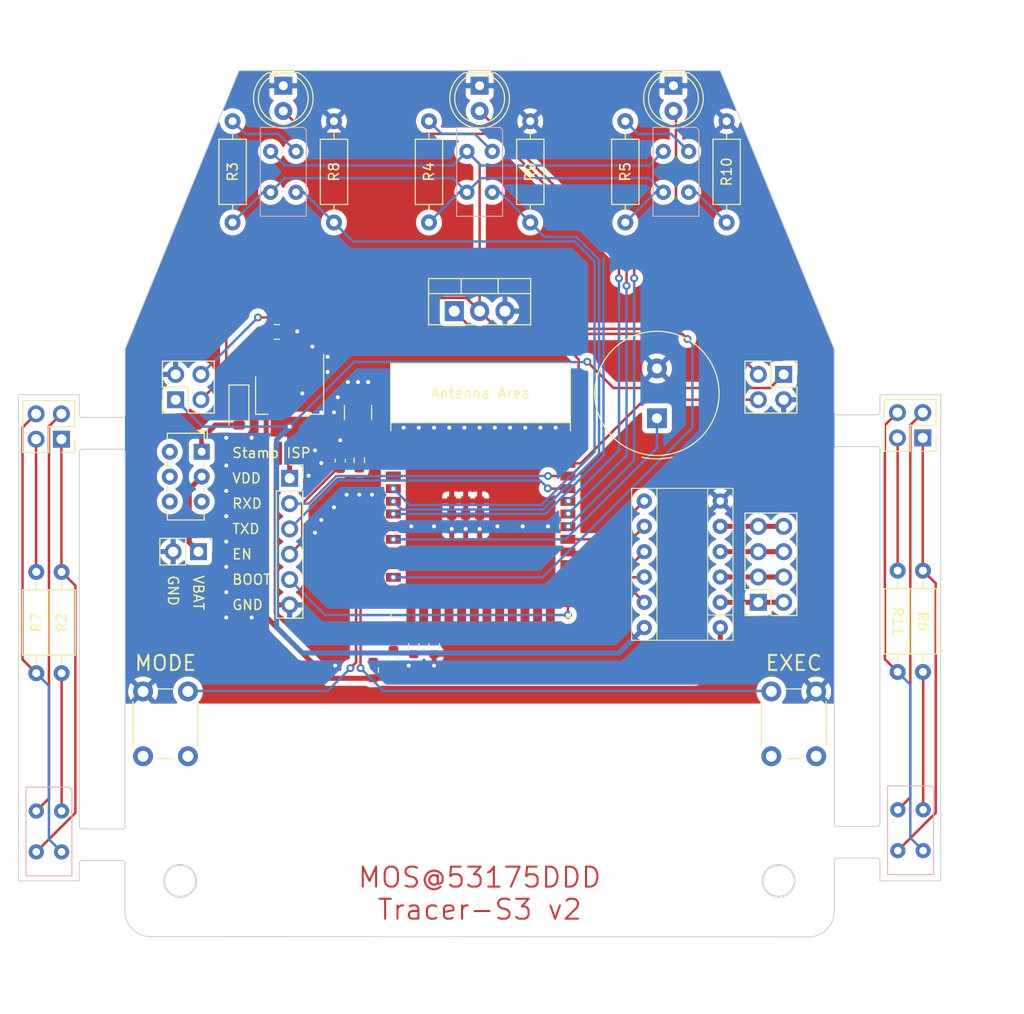
<source format=kicad_pcb>
(kicad_pcb (version 20221018) (generator pcbnew)
  (layers (0 "F.Cu" signal) (31 "B.Cu" signal) (34 "B.Paste" user) (35 "F.Paste" user) (36 "B.SilkS" user "B.Silkscreen") (37 "F.SilkS" user "F.Silkscreen") (38 "B.Mask" user) (39 "F.Mask" user) (44 "Edge.Cuts" user))
  (net 0 "")
  (net 1 "+3.3V")
  (net 2 "/EN")
  (net 3 "GND")
  (net 15 "/FET_GATE")
  (net 19 "/ESP32_TXD")
  (net 20 "/ESP32_RXD")
  (net 21 "/BOOT")
  (net 22 "+BATT")
  (net 24 "Net-(S1-Anode)")
  (net 25 "Net-(S2-Anode)")
  (net 26 "Net-(S3-Anode)")
  (net 27 "Net-(S4-Anode)")
  (net 28 "Net-(S5-Anode)")
  (net 29 "/S1")
  (net 30 "/S2")
  (net 31 "/S3")
  (net 32 "/S4")
  (net 33 "/S5")
  (net 34 "/FET_D")
  (net 35 "Net-(J6-Pin_1)")
  (net 36 "Net-(J6-Pin_3)")
  (net 37 "Net-(J6-Pin_5)")
  (net 38 "Net-(J6-Pin_7)")
  (net 39 "/BIN2")
  (net 40 "/BIN1")
  (net 41 "/AIN2")
  (net 42 "/AIN1")
  (net 43 "/MODE")
  (net 44 "Net-(R12-Pad2)")
  (net 45 "Net-(R13-Pad2)")
  (net 46 "Net-(U1-GPIO3{slash}TOUCH3{slash}ADC1_CH2)")
  (net 47 "Net-(J7-Pin_1)")
  (net 49 "/SW_MODE")
  (net 50 "/SW_EXEC")
  (net 51 "/LED3")
  (net 52 "/LED2")
  (net 53 "/LED1")
  (net 54 "/BUZZER")
  (net 55 "Net-(D4-A)")
  (footprint "Connector_PinSocket_2.54mm:PinSocket_2x02_P2.54mm_Vertical" (layer "F.Cu") (at 110.47 80.157 -90)
    (fp_text reference "J2" hide)
    (fp_text value "Conn_02x02_Odd_Even")
  )
  (footprint "Capacitor_SMD:C_0603_1608Metric" (layer "F.Cu") (at 138.43 82.315 90)
    (fp_text reference "C1" hide)
    (fp_text value "1uF")
  )
  (footprint "Tracer-S3-components:LBR-127HLD" (layer "F.Cu") (at 195.6 119.38)
    (fp_text reference "S5" hide)
    (fp_text value "~")
  )
  (footprint "Tracer-S3-components:LBR-127HLD" (layer "F.Cu") (at 152.4 53.34)
    (fp_text reference "S3" hide)
    (fp_text value "~")
  )
  (footprint "Diode_SMD:D_SOD-123" (layer "F.Cu") (at 128.27 77.09 -90)
    (fp_text reference "D4" hide)
    (fp_text value "D_Schottky")
  )
  (footprint "Resistor_THT:R_Axial_DIN0207_L6.3mm_D2.5mm_P10.16mm_Horizontal" (layer "F.Cu") (at 127.635 48.26 -90)
    (fp_text reference "R3")
    (fp_text value "47R")
  )
  (footprint "Resistor_THT:R_Axial_DIN0207_L6.3mm_D2.5mm_P10.16mm_Horizontal" (layer "F.Cu") (at 107.95 93.472 -90)
    (fp_text reference "R7")
    (fp_text value "10k")
  )
  (footprint "Capacitor_SMD:C_0805_2012Metric" (layer "F.Cu") (at 132.08 69.39875)
    (fp_text reference "C2" hide)
    (fp_text value "10uF")
  )
  (footprint "Tracer-S3-components:LBR-127HLD" (layer "F.Cu") (at 132.715 53.34)
    (fp_text reference "S2" hide)
    (fp_text value "~")
  )
  (footprint "Resistor_SMD:R_0603_1608Metric" (layer "F.Cu") (at 147.828 100.901 -90)
    (fp_text reference "R15" hide)
    (fp_text value "10k")
  )
  (footprint "Button_Switch_THT:SW_PUSH_6mm" (layer "F.Cu") (at 181.646 111.962 90)
    (fp_text reference "SW2" hide)
    (fp_text value "SW_Push")
  )
  (footprint "Button_Switch_THT:SW_PUSH_6mm" (layer "F.Cu") (at 123.154 105.462 -90)
    (fp_text reference "SW1" hide)
    (fp_text value "SW_Push" hide)
  )
  (footprint "Tracer-S3-components:LBR-127HLD" (layer "F.Cu") (at 172.085 53.34)
    (fp_text reference "S4" hide)
    (fp_text value "~")
  )
  (footprint "Package_TO_SOT_THT:TO-220-3_Vertical" (layer "F.Cu") (at 149.86 67.31)
    (fp_text reference "Q1" hide)
    (fp_text value "BSP89")
  )
  (footprint "Resistor_THT:R_Axial_DIN0207_L6.3mm_D2.5mm_P10.16mm_Horizontal" (layer "F.Cu") (at 194.31 93.345 -90)
    (fp_text reference "R11")
    (fp_text value "10k")
  )
  (footprint "Resistor_THT:R_Axial_DIN0207_L6.3mm_D2.5mm_P10.16mm_Horizontal" (layer "F.Cu") (at 137.795 48.26 -90)
    (fp_text reference "R8")
    (fp_text value "10k")
  )
  (footprint "Resistor_SMD:R_0603_1608Metric" (layer "F.Cu") (at 145.796 100.901 90)
    (fp_text reference "R14" hide)
    (fp_text value "10k")
  )
  (footprint "Tracer-S3-components:AE-DRV8835" (layer "F.Cu") (at 172.72 92.71 180)
    (fp_text reference "U3" hide)
    (fp_text value "~")
  )
  (footprint "LED_THT:LED_D5.0mm" (layer "F.Cu") (at 132.715 44.699 -90)
    (fp_text reference "D1" hide)
    (fp_text value "LED")
  )
  (footprint "Resistor_THT:R_Axial_DIN0207_L6.3mm_D2.5mm_P10.16mm_Horizontal" (layer "F.Cu") (at 147.32 48.26 -90)
    (fp_text reference "R4")
    (fp_text value "47R")
  )
  (footprint "Resistor_THT:R_Axial_DIN0207_L6.3mm_D2.5mm_P10.16mm_Horizontal" (layer "F.Cu") (at 196.85 103.505 90)
    (fp_text reference "R6")
    (fp_text value "47R")
  )
  (footprint "Resistor_SMD:R_0603_1608Metric" (layer "F.Cu") (at 143.764 102.108 90)
    (fp_text reference "R13" hide)
    (fp_text value "10k")
  )
  (footprint "Connector_PinSocket_2.54mm:PinSocket_2x02_P2.54mm_Vertical" (layer "F.Cu") (at 121.92 76.2 180)
    (fp_text reference "J4" hide)
    (fp_text value "Conn_02x02_Odd_Even")
  )
  (footprint "Connector_PinSocket_2.54mm:PinSocket_1x06_P2.54mm_Vertical" (layer "F.Cu") (at 133.35 84.08)
    (fp_text reference "J1" hide)
    (fp_text value "Conn_01x06_Socket")
  )
  (footprint "Resistor_SMD:R_0603_1608Metric" (layer "F.Cu") (at 141.732 103.315 90)
    (fp_text reference "R12" hide)
    (fp_text value "10k")
  )
  (footprint "Resistor_THT:R_Axial_DIN0207_L6.3mm_D2.5mm_P10.16mm_Horizontal" (layer "F.Cu") (at 157.48 48.26 -90)
    (fp_text reference "R9")
    (fp_text value "10k")
  )
  (footprint "Button_Switch_THT:SW_E-Switch_EG1271_SPDT" (layer "F.Cu") (at 124.536 81.4125 -90)
    (fp_text reference "SW3" hide)
    (fp_text value "SW_SPDT")
  )
  (footprint "LED_THT:LED_D5.0mm" (layer "F.Cu") (at 171.831 44.699 -90)
    (fp_text reference "D3" hide)
    (fp_text value "LED")
  )
  (footprint "Connector_PinSocket_2.54mm:PinSocket_2x04_P2.54mm_Vertical" (layer "F.Cu") (at 180.34 96.52 180)
    (fp_text reference "J6" hide)
    (fp_text value "Conn_02x04_Odd_Even")
  )
  (footprint "Resistor_THT:R_Axial_DIN0207_L6.3mm_D2.5mm_P10.16mm_Horizontal" (layer "F.Cu") (at 177.165 48.26 -90)
    (fp_text reference "R10")
    (fp_text value "10k")
  )
  (footprint "Espressif:ESP32-S3-WROOM-1" (layer "F.Cu") (at 152.5 88.3)
    (fp_text reference "U1" hide)
    (fp_text value "ESP32-S3-WROOM-1")
  )
  (footprint "Resistor_THT:R_Axial_DIN0207_L6.3mm_D2.5mm_P10.16mm_Horizontal" (layer "F.Cu") (at 167.005 48.26 -90)
    (fp_text reference "R5")
    (fp_text value "47R")
  )
  (footprint "Resistor_SMD:R_0603_1608Metric" (layer "F.Cu") (at 140.335 82.27375 -90)
    (fp_text reference "R1" hide)
    (fp_text value "10k")
  )
  (footprint "Tracer-S3-components:LBR-127HLD" (layer "F.Cu") (at 109.22 119.507)
    (fp_text reference "S1" hide)
    (fp_text value "~")
  )
  (footprint "Connector_PinHeader_2.54mm:PinHeader_1x02_P2.54mm_Vertical" (layer "F.Cu") (at 124.211 91.44 -90)
    (fp_text reference "J7" hide)
    (fp_text value "Conn_01x02_Pin")
  )
  (footprint "LED_THT:LED_D5.0mm" (layer "F.Cu") (at 152.4 44.699 -90)
    (fp_text reference "D2" hide)
    (fp_text value "LED")
  )
  (footprint "Capacitor_SMD:C_1210_3225Metric" (layer "F.Cu") (at 140.208 77.476 90)
    (fp_text reference "C3" hide)
    (fp_text value "22uF")
  )
  (footprint "Buzzer_Beeper:Buzzer_TDK_PS1240P02BT_D12.2mm_H6.5mm" (layer "F.Cu") (at 170.18 78.062785 90)
    (fp_text reference "BZ1" hide)
    (fp_text value "Buzzer")
  )
  (footprint "Resistor_THT:R_Axial_DIN0207_L6.3mm_D2.5mm_P10.16mm_Horizontal" (layer "F.Cu") (at 110.49 103.632 90)
    (fp_text reference "R2")
    (fp_text value "47R")
  )
  (footprint "Package_TO_SOT_SMD:SOT-223-3_TabPin2" (layer "F.Cu") (at 133.35 75.74875 -90)
    (fp_text reference "U2" hide)
    (fp_text value "AMS1117-3.3")
  )
  (footprint "Connector_PinSocket_2.54mm:PinSocket_2x02_P2.54mm_Vertical" (layer "F.Cu") (at 182.88 73.66)
    (fp_text reference "J5" hide)
    (fp_text value "Conn_02x02_Odd_Even")
  )
  (footprint "Connector_PinSocket_2.54mm:PinSocket_2x02_P2.54mm_Vertical" (layer "F.Cu") (at 196.83 80.03 -90)
    (fp_text reference "J3" hide)
    (fp_text value "Conn_02x02_Odd_Even")
  )
  (gr_line (start 188.214 80.899) (end 192.278 80.899) (stroke (width 0.1)) (layer "Edge.Cuts"))
  (gr_arc (start 116.586 81.153) (mid 116.765605 81.227395) (end 116.84 81.407) (stroke (width 0.1)) (layer "Edge.Cuts"))
  (gr_line (start 187.96 118.745) (end 187.96 81.153) (stroke (width 0.1)) (layer "Edge.Cuts"))
  (gr_arc (start 116.84 77.724) (mid 116.765605 77.903605) (end 116.586 77.978) (stroke (width 0.1)) (layer "Edge.Cuts"))
  (gr_line (start 116.586 81.153) (end 112.522 81.153) (stroke (width 0.1)) (layer "Edge.Cuts"))
  (gr_line (start 188.214 122.174) (end 192.278 122.174) (stroke (width 0.1)) (layer "Edge.Cuts"))
  (gr_line (start 112.268 75.692) (end 106.172 75.692) (stroke (width 0.1)) (layer "Edge.Cuts"))
  (gr_line (start 112.268 118.999) (end 112.268 81.407) (stroke (width 0.1)) (layer "Edge.Cuts"))
  (gr_line (start 116.586 119.253) (end 112.522 119.253) (stroke (width 0.1)) (layer "Edge.Cuts"))
  (gr_line (start 116.586 122.428) (end 112.522 122.428) (stroke (width 0.1)) (layer "Edge.Cuts"))
  (gr_arc (start 187.96 127.508) (mid 187.20785 129.32385) (end 185.392 130.076) (stroke (width 0.1)) (layer "Edge.Cuts"))
  (gr_line (start 198.628 124.46) (end 198.628 75.692) (stroke (width 0.1)) (layer "Edge.Cuts"))
  (gr_line (start 187.96 122.428) (end 187.96 127.508) (stroke (width 0.1)) (layer "Edge.Cuts"))
  (gr_line (start 192.532 124.46) (end 192.532 122.428) (stroke (width 0.1)) (layer "Edge.Cuts"))
  (gr_arc (start 112.268 81.407) (mid 112.342395 81.227395) (end 112.522 81.153) (stroke (width 0.1)) (layer "Edge.Cuts"))
  (gr_circle (center 182.372 124.46) (end 183.972 124.46) (stroke (width 0.2)) (fill none) (layer "Edge.Cuts"))
  (gr_arc (start 187.96 81.153) (mid 188.034395 80.973395) (end 188.214 80.899) (stroke (width 0.1)) (layer "Edge.Cuts"))
  (gr_arc (start 112.268 122.682) (mid 112.342395 122.502395) (end 112.522 122.428) (stroke (width 0.1)) (layer "Edge.Cuts"))
  (gr_circle (center 122.372 124.46) (end 123.972 124.46) (stroke (width 0.2)) (fill none) (layer "Edge.Cuts"))
  (gr_arc (start 188.214 77.724) (mid 188.034395 77.649605) (end 187.96 77.47) (stroke (width 0.1)) (layer "Edge.Cuts"))
  (gr_line (start 116.84 77.724) (end 116.84 71.12) (stroke (width 0.1)) (layer "Edge.Cuts"))
  (gr_arc (start 192.278 80.899) (mid 192.457605 80.973395) (end 192.532 81.153) (stroke (width 0.1)) (layer "Edge.Cuts"))
  (gr_line (start 106.172 124.46) (end 112.268 124.46) (stroke (width 0.1)) (layer "Edge.Cuts"))
  (gr_line (start 116.84 127.50805) (end 116.84 122.682) (stroke (width 0.1)) (layer "Edge.Cuts"))
  (gr_line (start 187.96 71.12) (end 187.96 77.47) (stroke (width 0.1)) (layer "Edge.Cuts"))
  (gr_line (start 188.214 77.724) (end 192.278 77.724) (stroke (width 0.1)) (layer "Edge.Cuts"))
  (gr_arc (start 187.96 122.428) (mid 188.034395 122.248395) (end 188.214 122.174) (stroke (width 0.1)) (layer "Edge.Cuts"))
  (gr_line (start 192.532 77.47) (end 192.532 75.692) (stroke (width 0.1)) (layer "Edge.Cuts"))
  (gr_line (start 188.214 118.999) (end 192.278 118.999) (stroke (width 0.1)) (layer "Edge.Cuts"))
  (gr_line (start 116.586 77.978) (end 112.522 77.978) (stroke (width 0.1)) (layer "Edge.Cuts"))
  (gr_arc (start 119.38 130.04805) (mid 117.583931 129.304104) (end 116.84 127.50805) (stroke (width 0.1)) (layer "Edge.Cuts"))
  (gr_arc (start 116.586 122.428) (mid 116.765605 122.502395) (end 116.84 122.682) (stroke (width 0.1)) (layer "Edge.Cuts"))
  (gr_arc (start 112.522 119.253) (mid 112.342395 119.178605) (end 112.268 118.999) (stroke (width 0.1)) (layer "Edge.Cuts"))
  (gr_line (start 187.96 71.12) (end 176.53 43.18) (stroke (width 0.1)) (layer "Edge.Cuts"))
  (gr_line (start 119.38 130.04805) (end 185.392 130.076) (stroke (width 0.1)) (layer "Edge.Cuts"))
  (gr_arc (start 192.532 118.745) (mid 192.457605 118.924605) (end 192.278 118.999) (stroke (width 0.1)) (layer "Edge.Cuts"))
  (gr_line (start 176.53 43.18) (end 128.27 43.18) (stroke (width 0.1)) (layer "Edge.Cuts"))
  (gr_line (start 198.628 75.692) (end 192.532 75.692) (stroke (width 0.1)) (layer "Edge.Cuts"))
  (gr_arc (start 188.214 118.999) (mid 188.034395 118.924605) (end 187.96 118.745) (stroke (width 0.1)) (layer "Edge.Cuts"))
  (gr_arc (start 112.522 77.978) (mid 112.342395 77.903605) (end 112.268 77.724) (stroke (width 0.1)) (layer "Edge.Cuts"))
  (gr_line (start 116.84 81.407) (end 116.84 118.999) (stroke (width 0.1)) (layer "Edge.Cuts"))
  (gr_line (start 112.268 122.682) (end 112.268 124.46) (stroke (width 0.1)) (layer "Edge.Cuts"))
  (gr_line (start 192.532 81.153) (end 192.532 118.745) (stroke (width 0.1)) (layer "Edge.Cuts"))
  (gr_arc (start 192.278 122.174) (mid 192.457605 122.248395) (end 192.532 122.428) (stroke (width 0.1)) (layer "Edge.Cuts"))
  (gr_line (start 128.27 43.18) (end 116.84 71.12) (stroke (width 0.1)) (layer "Edge.Cuts"))
  (gr_arc (start 116.84 118.999) (mid 116.765605 119.178605) (end 116.586 119.253) (stroke (width 0.1)) (layer "Edge.Cuts"))
  (gr_line (start 112.268 75.692) (end 112.268 77.724) (stroke (width 0.1)) (layer "Edge.Cuts"))
  (gr_line (start 106.172 75.692) (end 106.172 124.46) (stroke (width 0.1)) (layer "Edge.Cuts"))
  (gr_arc (start 192.532 77.47) (mid 192.457605 77.649605) (end 192.278 77.724) (stroke (width 0.1)) (layer "Edge.Cuts"))
  (gr_line (start 192.532 124.46) (end 198.628 124.46) (stroke (width 0.1)) (layer "Edge.Cuts"))
  (gr_text "MOS@53175DDD\nTracer-S3 v2" (at 152.4 125.73) (layer "F.Cu") (effects (font (size 2 2) (thickness 0.2))))
  (gr_text "Stamp ISP" (at 127.508 81.54) (layer "F.SilkS") (effects (font (size 1 1)) (justify left)))
  (gr_text "GND" (at 121.666 93.726 270) (layer "F.SilkS") (effects (font (size 1 1)) (justify left)))
  (gr_text "GND" (at 127.508 96.78) (layer "F.SilkS") (effects (font (size 1 1)) (justify left)))
  (gr_text "RXD" (at 127.508 86.62) (layer "F.SilkS") (effects (font (size 1 1)) (justify left)))
  (gr_text "MODE" (at 120.904 102.616) (layer "F.SilkS") (effects (font (size 1.5 1.5) (thickness 0.2))))
  (gr_text "VBAT" (at 124.206 93.726 270) (layer "F.SilkS") (effects (font (size 1 1)) (justify left)))
  (gr_text "BOOT" (at 127.508 94.24) (layer "F.SilkS") (effects (font (size 1 1)) (justify left)))
  (gr_text "VDD" (at 127.508 84.08) (layer "F.SilkS") (effects (font (size 1 1)) (justify left)))
  (gr_text "TXD" (at 127.508 89.16) (layer "F.SilkS") (effects (font (size 1 1)) (justify left)))
  (gr_text "EN" (at 127.508 91.7) (layer "F.SilkS") (effects (font (size 1 1)) (justify left)))
  (gr_text "EXEC" (at 183.896 102.616) (layer "F.SilkS") (effects (font (size 1.5 1.5) (thickness 0.2))))
  (segment (start 133.35 78.89875) (end 133.35 84.08) (width 0.508) (layer "F.Cu") (net 1))
  (segment (start 198.129 94.624) (end 196.83 93.325) (width 0.25) (layer "F.Cu") (net 1))
  (segment (start 194.33 121.43) (end 198.129 117.631) (width 0.25) (layer "F.Cu") (net 1))
  (segment (start 140.47375 81.31) (end 140.335 81.44875) (width 0.25) (layer "F.Cu") (net 1))
  (segment (start 111.869 117.638) (end 107.95 121.557) (width 0.25) (layer "F.Cu") (net 1))
  (segment (start 142.53125 81.31) (end 143.75 81.31) (width 0.508) (layer "F.Cu") (net 1))
  (segment (start 182.88 73.66) (end 181.515 75.025) (width 0.25) (layer "F.Cu") (net 1))
  (segment (start 196.83 93.325) (end 196.83 80.03) (width 0.25) (layer "F.Cu") (net 1))
  (segment (start 143.75 81.31) (end 140.47375 81.31) (width 0.25) (layer "F.Cu") (net 1))
  (segment (start 110.47 80.157) (end 110.47 93.452) (width 0.25) (layer "F.Cu") (net 1))
  (segment (start 181.515 75.025) (end 165.83 75.025) (width 0.25) (layer "F.Cu") (net 1))
  (segment (start 133.35 78.89875) (end 140.12 78.89875) (width 0.508) (layer "F.Cu") (net 1))
  (segment (start 110.47 93.452) (end 111.869 94.851) (width 0.25) (layer "F.Cu") (net 1))
  (segment (start 165.83 75.025) (end 163.195 72.39) (width 0.25) (layer "F.Cu") (net 1))
  (segment (start 111.869 94.851) (end 111.869 117.638) (width 0.25) (layer "F.Cu") (net 1))
  (segment (start 196.83 93.715) (end 196.85 93.735) (width 0.25) (layer "F.Cu") (net 1))
  (segment (start 140.12 78.89875) (end 142.53125 81.31) (width 0.508) (layer "F.Cu") (net 1))
  (segment (start 198.129 117.631) (end 198.129 94.624) (width 0.25) (layer "F.Cu") (net 1))
  (via (at 133.35 78.89875) (size 0.8) (drill 0.4) (layers "F.Cu" "B.Cu") (net 1))
  (via (at 163.195 72.39) (size 0.8) (drill 0.4) (layers "F.Cu" "B.Cu") (net 1))
  (segment (start 167.005 58.42) (end 170.035 55.39) (width 0.25) (layer "B.Cu") (net 1))
  (segment (start 150.35 55.39) (end 151.13 55.39) (width 0.25) (layer "B.Cu") (net 1))
  (segment (start 139.82375 72.425) (end 133.35 78.89875) (width 0.25) (layer "B.Cu") (net 1))
  (segment (start 132.7875 54.0475) (end 131.445 55.39) (width 0.25) (layer "B.Cu") (net 1))
  (segment (start 166.37 101.6) (end 134.62 101.6) (width 0.508) (layer "B.Cu") (net 1))
  (segment (start 130.665 55.39) (end 131.445 55.39) (width 0.25) (layer "B.Cu") (net 1))
  (segment (start 132.046 80.20275) (end 133.35 78.89875) (width 0.508) (layer "B.Cu") (net 1))
  (segment (start 168.91 99.06) (end 166.37 101.6) (width 0.508) (layer "B.Cu") (net 1))
  (segment (start 132.046 99.026) (end 132.046 80.20275) (width 0.508) (layer "B.Cu") (net 1))
  (segment (start 124.61875 78.89875) (end 133.35 78.89875) (width 0.25) (layer "B.Cu") (net 1))
  (segment (start 151.13 55.39) (end 152.545 53.975) (width 0.25) (layer "B.Cu") (net 1))
  (segment (start 132.86 54.0475) (end 132.7875 54.0475) (width 0.25) (layer "B.Cu") (net 1))
  (segment (start 127.635 58.42) (end 130.665 55.39) (width 0.25) (layer "B.Cu") (net 1))
  (segment (start 147.32 58.42) (end 150.35 55.39) (width 0.25) (layer "B.Cu") (net 1))
  (segment (start 169.4 53.975) (end 170.815 55.39) (width 0.25) (layer "B.Cu") (net 1))
  (segment (start 163.16 72.425) (end 139.82375 72.425) (width 0.25) (layer "B.Cu") (net 1))
  (segment (start 134.62 101.6) (end 132.046 99.026) (width 0.508) (layer "B.Cu") (net 1))
  (segment (start 151.13 55.39) (end 149.715 53.975) (width 0.25) (layer "B.Cu") (net 1))
  (segment (start 121.92 76.2) (end 124.61875 78.89875) (width 0.25) (layer "B.Cu") (net 1))
  (segment (start 163.23 72.425) (end 163.195 72.39) (width 0.25) (layer "B.Cu") (net 1))
  (segment (start 152.545 53.975) (end 169.4 53.975) (width 0.25) (layer "B.Cu") (net 1))
  (segment (start 149.715 53.975) (end 132.86 53.975) (width 0.25) (layer "B.Cu") (net 1))
  (segment (start 132.86 53.975) (end 132.7875 54.0475) (width 0.25) (layer "B.Cu") (net 1))
  (segment (start 170.035 55.39) (end 170.815 55.39) (width 0.25) (layer "B.Cu") (net 1))
  (segment (start 163.195 72.39) (end 163.16 72.425) (width 0.25) (layer "B.Cu") (net 1))
  (segment (start 133.35 91.7) (end 134.62 90.43) (width 0.25) (layer "F.Cu") (net 2))
  (segment (start 134.62 86.62) (end 138.14125 83.09875) (width 0.25) (layer "F.Cu") (net 2))
  (segment (start 134.62 90.43) (end 134.62 86.62) (width 0.25) (layer "F.Cu") (net 2))
  (segment (start 140.85375 82.58) (end 140.335 83.09875) (width 0.25) (layer "F.Cu") (net 2))
  (segment (start 143.75 82.58) (end 140.85375 82.58) (width 0.25) (layer "F.Cu") (net 2))
  (segment (start 138.14125 83.09875) (end 140.335 83.09875) (width 0.25) (layer "F.Cu") (net 2))
  (segment (start 194.31 80.05) (end 194.31 93.481) (width 0.25) (layer "F.Cu") (net 3))
  (segment (start 107.93 93.238) (end 107.696 93.472) (width 0.25) (layer "F.Cu") (net 3))
  (segment (start 107.93 80.157) (end 107.93 93.238) (width 0.25) (layer "F.Cu") (net 3))
  (segment (start 194.29 80.03) (end 194.31 80.05) (width 0.25) (layer "F.Cu") (net 3))
  (via (at 160.02 79) (size 0.8) (drill 0.4) (layers "F.Cu" "B.Cu") (net 3))
  (via (at 135.89 89.535) (size 0.8) (drill 0.4) (layers "F.Cu" "B.Cu") (net 3))
  (via (at 152.4 89.16) (size 0.8) (drill 0.4) (layers "F.Cu" "B.Cu") (net 3))
  (via (at 145.288 102.87) (size 0.8) (drill 0.4) (layers "F.Cu" "B.Cu") (net 3))
  (via (at 129.54 98.044) (size 0.8) (drill 0.4) (layers "F.Cu" "B.Cu") (net 3))
  (via (at 154.178 88.9) (size 0.8) (drill 0.4) (layers "F.Cu" "B.Cu") (net 3))
  (via (at 140.208 74.428) (size 0.8) (drill 0.4) (layers "F.Cu" "B.Cu") (net 3))
  (via (at 138.43 80.27) (size 0.8) (drill 0.4) (layers "F.Cu" "B.Cu") (net 3))
  (via (at 158.496 79) (size 0.8) (drill 0.4) (layers "F.Cu" "B.Cu") (net 3))
  (via (at 152.4 79) (size 0.8) (drill 0.4) (layers "F.Cu" "B.Cu") (net 3))
  (via (at 150.876 79) (size 0.8) (drill 0.4) (layers "F.Cu" "B.Cu") (net 3))
  (via (at 137.16 71.888) (size 0.8) (drill 0.4) (layers "F.Cu" "B.Cu") (net 3))
  (via (at 146.304 79) (size 0.8) (drill 0.4) (layers "F.Cu" "B.Cu") (net 3))
  (via (at 127 80.01) (size 0.8) (drill 0.4) (layers "F.Cu" "B.Cu") (net 3))
  (via (at 141.605 85.725) (size 0.8) (drill 0.4) (layers "F.Cu" "B.Cu") (net 3))
  (via (at 127 98.044) (size 0.8) (drill 0.4) (layers "F.Cu" "B.Cu") (net 3))
  (via (at 139.192 74.428) (size 0.8) (drill 0.4) (layers "F.Cu" "B.Cu") (net 3))
  (via (at 134.62 75.565) (size 0.8) (drill 0.4) (layers "F.Cu" "B.Cu") (net 3))
  (via (at 155.448 79) (size 0.8) (drill 0.4) (layers "F.Cu" "B.Cu") (net 3))
  (via (at 145.542 88.9) (size 0.8) (drill 0.4) (layers "F.Cu" "B.Cu") (net 3))
  (via (at 138.176 75.952) (size 0.8) (drill 0.4) (layers "F.Cu" "B.Cu") (net 3))
  (via (at 144.78 79) (size 0.8) (drill 0.4) (layers "F.Cu" "B.Cu") (net 3))
  (via (at 140.335 85.725) (size 0.8) (drill 0.4) (layers "F.Cu" "B.Cu") (net 3))
  (via (at 127 92.964) (size 0.8) (drill 0.4) (layers "F.Cu" "B.Cu") (net 3))
  (via (at 127 95.504) (size 0.8) (drill 0.4) (layers "F.Cu" "B.Cu") (net 3))
  (via (at 136.525 77.47) (size 0.8) (drill 0.4) (layers "F.Cu" "B.Cu") (net 3))
  (via (at 141.224 74.428) (size 0.8) (drill 0.4) (layers "F.Cu" "B.Cu") (net 3))
  (via (at 127 85.344) (size 0.8) (drill 0.4) (layers "F.Cu" "B.Cu") (net 3))
  (via (at 127 87.884) (size 0.8) (drill 0.4) (layers "F.Cu" "B.Cu") (net 3))
  (via (at 136.525 88.265) (size 0.8) (drill 0.4) (layers "F.Cu" "B.Cu") (net 3))
  (via (at 159.258 88.9) (size 0.8) (drill 0.4) (layers "F.Cu" "B.Cu") (net 3))
  (via (at 127 90.424) (size 0.8) (drill 0.4) (layers "F.Cu" "B.Cu") (net 3))
  (via (at 137.922 102.87) (size 0.8) (drill 0.4) (layers "F.Cu" "B.Cu") (net 3))
  (via (at 147.828 79) (size 0.8) (drill 0.4) (layers "F.Cu" "B.Cu") (net 3))
  (via (at 156.972 79) (size 0.8) (drill 0.4) (layers "F.Cu" "B.Cu") (net 3))
  (via (at 149.6 89.16) (size 0.8) (drill 0.4) (layers "F.Cu" "B.Cu") (net 3))
  (via (at 129.54 80.01) (size 0.8) (drill 0.4) (layers "F.Cu" "B.Cu") (net 3))
  (via (at 147.828 102.87) (size 0.8) (drill 0.4) (layers "F.Cu" "B.Cu") (net 3))
  (via (at 151 89.16) (size 0.8) (drill 0.4) (layers "F.Cu" "B.Cu") (net 3))
  (via (at 137.795 86.995) (size 0.8) (drill 0.4) (layers "F.Cu" "B.Cu") (net 3))
  (via (at 135.636 70.872) (size 0.8) (drill 0.4) (layers "F.Cu" "B.Cu") (net 3))
  (via (at 137.795 77.47) (size 0.8) (drill 0.4) (layers "F.Cu" "B.Cu") (net 3))
  (via (at 134.112 69.348) (size 0.8) (drill 0.4) (layers "F.Cu" "B.Cu") (net 3))
  (via (at 135.255 83.82) (size 0.8) (drill 0.4) (layers "F.Cu" "B.Cu") (net 3))
  (via (at 135.89 81.28) (size 0.8) (drill 0.4) (layers "F.Cu" "B.Cu") (net 3))
  (via (at 127 82.804) (size 0.8) (drill 0.4) (layers "F.Cu" "B.Cu") (net 3))
  (via (at 156.718 88.9) (size 0.8) (drill 0.4) (layers "F.Cu" "B.Cu") (net 3))
  (via (at 139.065 85.725) (size 0.8) (drill 0.4) (layers "F.Cu" "B.Cu") (net 3))
  (via (at 147.828 88.9) (size 0.8) (drill 0.4) (layers "F.Cu" "B.Cu") (net 3))
  (via (at 137.16 73.412) (size 0.8) (drill 0.4) (layers "F.Cu" "B.Cu") (net 3))
  (via (at 136.525 82.55) (size 0.8) (drill 0.4) (layers "F.Cu" "B.Cu") (net 3))
  (via (at 149.352 79) (size 0.8) (drill 0.4) (layers "F.Cu" "B.Cu") (net 3))
  (via (at 153.924 79) (size 0.8) (drill 0.4) (layers "F.Cu" "B.Cu") (net 3))
  (segment (start 172.72 69.596) (end 152.146 69.596) (width 0.25) (layer "F.Cu") (net 15))
  (segment (start 152.146 69.596) (end 149.86 67.31) (width 0.25) (layer "F.Cu") (net 15))
  (segment (start 173.228 70.104) (end 172.72 69.596) (width 0.25) (layer "F.Cu") (net 15))
  (via (at 173.228 70.104) (size 0.8) (drill 0.4) (layers "F.Cu" "B.Cu") (net 15))
  (via (at 143.75 94.01) (size 0.8) (drill 0.4) (layers "F.Cu" "B.Cu") (net 15))
  (segment (start 158.72 94.01) (end 143.75 94.01) (width 0.25) (layer "B.Cu") (net 15))
  (segment (start 173.736 70.612) (end 173.736 78.994) (width 0.25) (layer "B.Cu") (net 15))
  (segment (start 173.736 78.994) (end 158.72 94.01) (width 0.25) (layer "B.Cu") (net 15))
  (segment (start 173.228 70.104) (end 173.736 70.612) (width 0.25) (layer "B.Cu") (net 15))
  (segment (start 159.258 83.85) (end 161.25 83.85) (width 0.25) (layer "F.Cu") (net 19))
  (via (at 159.258 83.85) (size 0.8) (drill 0.4) (layers "F.Cu" "B.Cu") (net 19))
  (segment (start 135.253604 86.62) (end 133.35 86.62) (width 0.25) (layer "B.Cu") (net 19))
  (segment (start 138.023604 83.85) (end 135.253604 86.62) (width 0.25) (layer "B.Cu") (net 19))
  (segment (start 159.258 83.85) (end 138.023604 83.85) (width 0.25) (layer "B.Cu") (net 19))
  (segment (start 159.234936 85.092368) (end 159.262568 85.12) (width 0.25) (layer "F.Cu") (net 20))
  (segment (start 159.262568 85.12) (end 161.25 85.12) (width 0.25) (layer "F.Cu") (net 20))
  (via (at 159.234936 85.092368) (size 0.8) (drill 0.4) (layers "F.Cu" "B.Cu") (net 20))
  (segment (start 159.234936 85.066936) (end 158.468 84.3) (width 0.25) (layer "B.Cu") (net 20))
  (segment (start 158.468 84.3) (end 138.21 84.3) (width 0.25) (layer "B.Cu") (net 20))
  (segment (start 159.234936 85.092368) (end 159.234936 85.066936) (width 0.25) (layer "B.Cu") (net 20))
  (segment (start 138.21 84.3) (end 133.35 89.16) (width 0.25) (layer "B.Cu") (net 20))
  (segment (start 161.25 97.796) (end 161.25 96.55) (width 0.25) (layer "F.Cu") (net 21))
  (via (at 161.25 97.796) (size 0.8) (drill 0.4) (layers "F.Cu" "B.Cu") (net 21))
  (segment (start 161.25 97.796) (end 136.906 97.796) (width 0.25) (layer "B.Cu") (net 21))
  (segment (start 136.906 97.796) (end 133.35 94.24) (width 0.25) (layer "B.Cu") (net 21))
  (segment (start 130.996 72.65275) (end 130.996 81.28) (width 0.508) (layer "F.Cu") (net 22))
  (segment (start 173.99 104.14) (end 176.53 101.6) (width 0.508) (layer "F.Cu") (net 22))
  (segment (start 130.996 81.28) (end 130.996 97.976) (width 0.508) (layer "F.Cu") (net 22))
  (segment (start 137.16 104.14) (end 173.99 104.14) (width 0.508) (layer "F.Cu") (net 22))
  (segment (start 129.96625 72.59875) (end 131.05 72.59875) (width 0.508) (layer "F.Cu") (net 22))
  (segment (start 131.05 72.59875) (end 130.996 72.65275) (width 0.508) (layer "F.Cu") (net 22))
  (segment (start 128.27 74.295) (end 129.96625 72.59875) (width 0.508) (layer "F.Cu") (net 22))
  (segment (start 130.996 97.976) (end 137.16 104.14) (width 0.508) (layer "F.Cu") (net 22))
  (segment (start 176.53 101.6) (end 176.53 99.06) (width 0.508) (layer "F.Cu") (net 22))
  (segment (start 131.05 72.59875) (end 131.05 69.47875) (width 0.508) (layer "F.Cu") (net 22))
  (segment (start 128.27 75.44) (end 128.27 74.295) (width 0.508) (layer "F.Cu") (net 22))
  (segment (start 110.49 117.457) (end 110.49 103.886) (width 0.25) (layer "F.Cu") (net 24))
  (segment (start 110.49 103.886) (end 110.744 103.632) (width 0.25) (layer "F.Cu") (net 24))
  (segment (start 132.225 49.53) (end 133.985 51.29) (width 0.25) (layer "B.Cu") (net 25))
  (segment (start 127.635 48.26) (end 128.905 49.53) (width 0.25) (layer "B.Cu") (net 25))
  (segment (start 128.905 49.53) (end 132.225 49.53) (width 0.25) (layer "B.Cu") (net 25))
  (segment (start 153.67 51.29) (end 151.91 49.53) (width 0.25) (layer "B.Cu") (net 26))
  (segment (start 148.59 49.53) (end 147.32 48.26) (width 0.25) (layer "B.Cu") (net 26))
  (segment (start 151.91 49.53) (end 148.59 49.53) (width 0.25) (layer "B.Cu") (net 26))
  (segment (start 168.275 49.53) (end 171.595 49.53) (width 0.25) (layer "B.Cu") (net 27))
  (segment (start 171.595 49.53) (end 173.355 51.29) (width 0.25) (layer "B.Cu") (net 27))
  (segment (start 167.005 48.26) (end 168.275 49.53) (width 0.25) (layer "B.Cu") (net 27))
  (segment (start 196.87 117.33) (end 196.87 103.525) (width 0.25) (layer "F.Cu") (net 28))
  (segment (start 196.87 103.525) (end 196.85 103.505) (width 0.25) (layer "F.Cu") (net 28))
  (segment (start 106.571 78.976) (end 106.571 102.253) (width 0.25) (layer "F.Cu") (net 29))
  (segment (start 130.175 67.945) (end 137.16 67.945) (width 0.25) (layer "F.Cu") (net 29))
  (segment (start 137.16 67.945) (end 139.319 70.104) (width 0.25) (layer "F.Cu") (net 29))
  (segment (start 106.571 102.253) (end 107.696 103.378) (width 0.25) (layer "F.Cu") (net 29))
  (segment (start 160.274 70.104) (end 162.325 72.155) (width 0.25) (layer "F.Cu") (net 29))
  (segment (start 139.319 70.104) (end 160.274 70.104) (width 0.25) (layer "F.Cu") (net 29))
  (segment (start 161.83 81.31) (end 161.25 81.31) (width 0.25) (layer "F.Cu") (net 29))
  (segment (start 107.93 77.617) (end 106.571 78.976) (width 0.25) (layer "F.Cu") (net 29))
  (segment (start 162.325 80.815) (end 161.83 81.31) (width 0.25) (layer "F.Cu") (net 29))
  (segment (start 162.325 72.155) (end 162.325 80.815) (width 0.25) (layer "F.Cu") (net 29))
  (segment (start 107.696 103.378) (end 107.696 103.632) (width 0.25) (layer "F.Cu") (net 29))
  (via (at 130.175 67.945) (size 0.8) (drill 0.4) (layers "F.Cu" "B.Cu") (net 29))
  (segment (start 130.175 67.945) (end 124.46 73.66) (width 0.25) (layer "B.Cu") (net 29))
  (segment (start 109.22 104.902) (end 107.95 103.632) (width 0.25) (layer "B.Cu") (net 29))
  (segment (start 109.22 120.287) (end 109.22 104.902) (width 0.25) (layer "B.Cu") (net 29))
  (segment (start 110.49 121.557) (end 109.22 120.287) (width 0.25) (layer "B.Cu") (net 29))
  (via (at 143.75 85.12) (size 0.8) (drill 0.4) (layers "F.Cu" "B.Cu") (net 30))
  (segment (start 133.985 55.39) (end 134.765 55.39) (width 0.25) (layer "B.Cu") (net 30))
  (segment (start 163.92 62.320698) (end 163.92 81.441208) (width 0.25) (layer "B.Cu") (net 30))
  (segment (start 160.616903 84.735) (end 158.591903 86.76) (width 0.25) (layer "B.Cu") (net 30))
  (segment (start 160.626208 84.735) (end 160.616903 84.735) (width 0.25) (layer "B.Cu") (net 30))
  (segment (start 158.591903 86.76) (end 145.39 86.76) (width 0.25) (layer "B.Cu") (net 30))
  (segment (start 163.92 81.441208) (end 160.626208 84.735) (width 0.25) (layer "B.Cu") (net 30))
  (segment (start 145.39 86.76) (end 143.75 85.12) (width 0.25) (layer "B.Cu") (net 30))
  (segment (start 161.924302 60.325) (end 163.92 62.320698) (width 0.25) (layer "B.Cu") (net 30))
  (segment (start 134.765 55.39) (end 139.7 60.325) (width 0.25) (layer "B.Cu") (net 30))
  (segment (start 139.7 60.325) (end 161.924302 60.325) (width 0.25) (layer "B.Cu") (net 30))
  (via (at 143.75 86.39) (size 0.8) (drill 0.4) (layers "F.Cu" "B.Cu") (net 31))
  (segment (start 154.45 55.39) (end 153.67 55.39) (width 0.25) (layer "B.Cu") (net 31))
  (segment (start 160.115 85.882604) (end 160.115 85.873299) (width 0.25) (layer "B.Cu") (net 31))
  (segment (start 164.37 62.134302) (end 162.110698 59.875) (width 0.25) (layer "B.Cu") (net 31))
  (segment (start 158.787604 87.21) (end 160.115 85.882604) (width 0.25) (layer "B.Cu") (net 31))
  (segment (start 160.803299 85.185) (end 160.812604 85.185) (width 0.25) (layer "B.Cu") (net 31))
  (segment (start 164.37 81.627604) (end 164.37 62.134302) (width 0.25) (layer "B.Cu") (net 31))
  (segment (start 162.110698 59.875) (end 158.935 59.875) (width 0.25) (layer "B.Cu") (net 31))
  (segment (start 143.75 86.39) (end 144.57 87.21) (width 0.25) (layer "B.Cu") (net 31))
  (segment (start 144.57 87.21) (end 158.787604 87.21) (width 0.25) (layer "B.Cu") (net 31))
  (segment (start 160.812604 85.185) (end 164.37 81.627604) (width 0.25) (layer "B.Cu") (net 31))
  (segment (start 158.935 59.875) (end 154.45 55.39) (width 0.25) (layer "B.Cu") (net 31))
  (segment (start 160.115 85.873299) (end 160.803299 85.185) (width 0.25) (layer "B.Cu") (net 31))
  (via (at 143.75 87.66) (size 0.8) (drill 0.4) (layers "F.Cu" "B.Cu") (net 32))
  (segment (start 164.82 62.02) (end 164.82 81.814) (width 0.25) (layer "B.Cu") (net 32))
  (segment (start 173.355 55.39) (end 174.135 55.39) (width 0.25) (layer "B.Cu") (net 32))
  (segment (start 160.989695 85.635) (end 160.565 86.059695) (width 0.25) (layer "B.Cu") (net 32))
  (segment (start 160.565 86.069) (end 158.974 87.66) (width 0.25) (layer "B.Cu") (net 32))
  (segment (start 160.999 85.635) (end 160.989695 85.635) (width 0.25) (layer "B.Cu") (net 32))
  (segment (start 160.565 86.059695) (end 160.565 86.069) (width 0.25) (layer "B.Cu") (net 32))
  (segment (start 164.82 81.814) (end 160.999 85.635) (width 0.25) (layer "B.Cu") (net 32))
  (segment (start 174.135 55.39) (end 177.165 58.42) (width 0.25) (layer "B.Cu") (net 32))
  (segment (start 158.974 87.66) (end 143.75 87.66) (width 0.25) (layer "B.Cu") (net 32))
  (segment (start 194.29 77.49) (end 193.031 78.749) (width 0.25) (layer "F.Cu") (net 33))
  (segment (start 162.53 82.58) (end 168.91 76.2) (width 0.25) (layer "F.Cu") (net 33))
  (segment (start 161.25 82.58) (end 162.53 82.58) (width 0.25) (layer "F.Cu") (net 33))
  (segment (start 193.031 102.226) (end 194.31 103.505) (width 0.25) (layer "F.Cu") (net 33))
  (segment (start 193.031 78.749) (end 193.031 102.226) (width 0.25) (layer "F.Cu") (net 33))
  (segment (start 168.91 76.2) (end 180.34 76.2) (width 0.25) (layer "F.Cu") (net 33))
  (segment (start 196.87 121.43) (end 195.58 120.14) (width 0.25) (layer "B.Cu") (net 33))
  (segment (start 195.58 104.775) (end 194.31 103.505) (width 0.25) (layer "B.Cu") (net 33))
  (segment (start 195.58 120.14) (end 195.58 104.775) (width 0.25) (layer "B.Cu") (net 33))
  (segment (start 151.075 65.985) (end 152.4 67.31) (width 0.25) (layer "F.Cu") (net 34))
  (segment (start 175.768 69.088) (end 154.178 69.088) (width 0.25) (layer "F.Cu") (net 34))
  (segment (start 195.58 116.08) (end 194.33 117.33) (width 0.25) (layer "F.Cu") (net 34))
  (segment (start 152.4 52.56) (end 151.13 51.29) (width 0.25) (layer "F.Cu") (net 34))
  (segment (start 129.595 65.985) (end 151.075 65.985) (width 0.25) (layer "F.Cu") (net 34))
  (segment (start 110.47 77.617) (end 109.22 78.867) (width 0.25) (layer "F.Cu") (net 34))
  (segment (start 109.22 116.187) (end 107.95 117.457) (width 0.25) (layer "F.Cu") (net 34))
  (segment (start 152.4 67.31) (end 152.4 52.56) (width 0.25) (layer "F.Cu") (net 34))
  (segment (start 196.83 77.49) (end 195.58 78.74) (width 0.25) (layer "F.Cu") (net 34))
  (segment (start 124.46 76.2) (end 127 73.66) (width 0.25) (layer "F.Cu") (net 34))
  (segment (start 154.178 69.088) (end 152.4 67.31) (width 0.25) (layer "F.Cu") (net 34))
  (segment (start 109.22 78.867) (end 109.22 116.187) (width 0.25) (layer "F.Cu") (net 34))
  (segment (start 195.58 78.74) (end 195.58 116.08) (width 0.25) (layer "F.Cu") (net 34))
  (segment (start 127 73.66) (end 127 68.58) (width 0.25) (layer "F.Cu") (net 34))
  (segment (start 127 68.58) (end 129.595 65.985) (width 0.25) (layer "F.Cu") (net 34))
  (segment (start 180.34 73.66) (end 175.768 69.088) (width 0.25) (layer "F.Cu") (net 34))
  (segment (start 132.86 52.705) (end 149.715 52.705) (width 0.25) (layer "B.Cu") (net 34))
  (segment (start 170.815 51.29) (end 169.4 52.705) (width 0.25) (layer "B.Cu") (net 34))
  (segment (start 131.445 51.29) (end 132.86 52.705) (width 0.25) (layer "B.Cu") (net 34))
  (segment (start 149.715 52.705) (end 151.13 51.29) (width 0.25) (layer "B.Cu") (net 34))
  (segment (start 169.4 52.705) (end 152.545 52.705) (width 0.25) (layer "B.Cu") (net 34))
  (segment (start 152.4725 52.6325) (end 151.13 51.29) (width 0.25) (layer "B.Cu") (net 34))
  (segment (start 152.545 52.705) (end 152.4725 52.6325) (width 0.25) (layer "B.Cu") (net 34))
  (segment (start 176.53 96.52) (end 182.88 96.52) (width 0.508) (layer "F.Cu") (net 35))
  (segment (start 182.88 93.98) (end 176.53 93.98) (width 0.508) (layer "F.Cu") (net 36))
  (segment (start 182.88 91.44) (end 176.53 91.44) (width 0.508) (layer "F.Cu") (net 37))
  (segment (start 176.53 88.9) (end 182.88 88.9) (width 0.508) (layer "F.Cu") (net 38))
  (segment (start 161.25 90.2) (end 165.07 90.2) (width 0.25) (layer "F.Cu") (net 39))
  (segment (start 165.07 90.2) (end 168.91 86.36) (width 0.25) (layer "F.Cu") (net 39))
  (segment (start 161.25 91.47) (end 166.34 91.47) (width 0.25) (layer "F.Cu") (net 40))
  (segment (start 166.34 91.47) (end 168.91 88.9) (width 0.25) (layer "F.Cu") (net 40))
  (segment (start 167.61 92.74) (end 168.91 91.44) (width 0.25) (layer "F.Cu") (net 41))
  (segment (start 161.25 92.74) (end 167.61 92.74) (width 0.25) (layer "F.Cu") (net 41))
  (segment (start 161.25 94.01) (end 168.88 94.01) (width 0.25) (layer "F.Cu") (net 42))
  (segment (start 168.88 94.01) (end 168.91 93.98) (width 0.25) (layer "F.Cu") (net 42))
  (segment (start 167.67 95.28) (end 168.91 96.52) (width 0.25) (layer "F.Cu") (net 43))
  (segment (start 161.25 95.28) (end 167.67 95.28) (width 0.25) (layer "F.Cu") (net 43))
  (segment (start 143.764 102.933) (end 142.175 102.933) (width 0.25) (layer "F.Cu") (net 44))
  (segment (start 142.175 102.933) (end 141.732 102.49) (width 0.25) (layer "F.Cu") (net 44))
  (segment (start 145.796 101.726) (end 144.207 101.726) (width 0.25) (layer "F.Cu") (net 45))
  (segment (start 144.207 101.726) (end 143.764 101.283) (width 0.25) (layer "F.Cu") (net 45))
  (segment (start 145.515 97.8) (end 145.515 99.795) (width 0.25) (layer "F.Cu") (net 46))
  (segment (start 145.796 100.076) (end 147.828 100.076) (width 0.25) (layer "F.Cu") (net 46))
  (segment (start 145.515 99.795) (end 145.796 100.076) (width 0.25) (layer "F.Cu") (net 46))
  (segment (start 123.282 85.1665) (end 123.282 90.511) (width 0.508) (layer "F.Cu") (net 47))
  (segment (start 124.536 83.9125) (end 123.282 85.1665) (width 0.508) (layer "F.Cu") (net 47))
  (segment (start 123.282 90.511) (end 124.211 91.44) (width 0.508) (layer "F.Cu") (net 47))
  (segment (start 139.737 102.823695) (end 140.012 102.548695) (width 0.25) (layer "F.Cu") (net 49))
  (segment (start 139.737 102.833) (end 139.737 102.823695) (width 0.25) (layer "F.Cu") (net 49))
  (segment (start 140.012 102.548695) (end 140.012 94.176) (width 0.25) (layer "F.Cu") (net 49))
  (segment (start 142.718 91.47) (end 143.75 91.47) (width 0.25) (layer "F.Cu") (net 49))
  (segment (start 140.012 94.176) (end 142.718 91.47) (width 0.25) (layer "F.Cu") (net 49))
  (segment (start 139.441701 103.128299) (end 139.737 102.833) (width 0.25) (layer "F.Cu") (net 49))
  (via (at 139.441701 103.128299) (size 0.8) (drill 0.4) (layers "F.Cu" "B.Cu") (net 49))
  (segment (start 139.441701 103.128299) (end 137.16 105.41) (width 0.25) (layer "B.Cu") (net 49))
  (segment (start 123.206 105.41) (end 123.154 105.462) (width 0.25) (layer "B.Cu") (net 49))
  (segment (start 137.16 105.41) (end 123.206 105.41) (width 0.25) (layer "B.Cu") (net 49))
  (segment (start 140.462 103.124) (end 140.462 94.362396) (width 0.25) (layer "F.Cu") (net 50))
  (segment (start 142.084396 92.74) (end 143.75 92.74) (width 0.25) (layer "F.Cu") (net 50))
  (segment (start 140.462 94.362396) (end 142.084396 92.74) (width 0.25) (layer "F.Cu") (net 50))
  (via (at 140.462 103.124) (size 0.8) (drill 0.4) (layers "F.Cu" "B.Cu") (net 50))
  (segment (start 181.594 105.41) (end 181.646 105.462) (width 0.25) (layer "B.Cu") (net 50))
  (segment (start 140.462 103.124) (end 142.748 105.41) (width 0.25) (layer "B.Cu") (net 50))
  (segment (start 142.748 105.41) (end 181.594 105.41) (width 0.25) (layer "B.Cu") (net 50))
  (segment (start 171.831 47.239) (end 172.085 47.493) (width 0.25) (layer "F.Cu") (net 51))
  (segment (start 167.894 61.976) (end 167.894 64.008) (width 0.25) (layer "F.Cu") (net 51))
  (segment (start 172.085 57.785) (end 167.894 61.976) (width 0.25) (layer "F.Cu") (net 51))
  (segment (start 172.085 47.493) (end 172.085 57.785) (width 0.25) (layer "F.Cu") (net 51))
  (via (at 167.894 64.008) (size 0.8) (drill 0.4) (layers "F.Cu" "B.Cu") (net 51))
  (via (at 161.29 88.9) (size 0.8) (drill 0.4) (layers "F.Cu" "B.Cu") (net 51))
  (segment (start 167.894 82.296) (end 167.894 64.008) (width 0.25) (layer "B.Cu") (net 51))
  (segment (start 161.29 88.9) (end 167.894 82.296) (width 0.25) (layer "B.Cu") (net 51))
  (segment (start 167.132 64.77) (end 167.132 61.971) (width 0.25) (layer "F.Cu") (net 52))
  (segment (start 167.132 61.971) (end 152.4 47.239) (width 0.25) (layer "F.Cu") (net 52))
  (via (at 161.29 87.63) (size 0.8) (drill 0.4) (layers "F.Cu" "B.Cu") (net 52))
  (via (at 167.132 64.77) (size 0.8) (drill 0.4) (layers "F.Cu" "B.Cu") (net 52))
  (segment (start 167.132 81.788) (end 161.29 87.63) (width 0.25) (layer "B.Cu") (net 52))
  (segment (start 167.132 64.77) (end 167.132 81.788) (width 0.25) (layer "B.Cu") (net 52))
  (segment (start 153.849569 49.53) (end 166.37 62.050431) (width 0.25) (layer "F.Cu") (net 53))
  (segment (start 166.37 62.050431) (end 166.37 64.008) (width 0.25) (layer "F.Cu") (net 53))
  (segment (start 153.849569 49.53) (end 135.006 49.53) (width 0.25) (layer "F.Cu") (net 53))
  (segment (start 132.715 47.239) (end 135.006 49.53) (width 0.25) (layer "F.Cu") (net 53))
  (via (at 161.29 86.36) (size 0.8) (drill 0.4) (layers "F.Cu" "B.Cu") (net 53))
  (via (at 166.37 64.008) (size 0.8) (drill 0.4) (layers "F.Cu" "B.Cu") (net 53))
  (segment (start 166.37 81.28) (end 161.29 86.36) (width 0.25) (layer "B.Cu") (net 53))
  (segment (start 166.37 64.008) (end 166.37 81.28) (width 0.25) (layer "B.Cu") (net 53))
  (via (at 143.75 90.2) (size 0.8) (drill 0.4) (layers "F.Cu" "B.Cu") (net 54))
  (segment (start 161.015305 90.2) (end 170.18 81.035305) (width 0.25) (layer "B.Cu") (net 54))
  (segment (start 170.18 81.035305) (end 170.18 78.062785) (width 0.25) (layer "B.Cu") (net 54))
  (segment (start 143.75 90.2) (end 161.015305 90.2) (width 0.25) (layer "B.Cu") (net 54))
  (segment (start 124.536 81.4125) (end 124.536 80.1045) (width 0.508) (layer "F.Cu") (net 55))
  (segment (start 124.536 80.1045) (end 125.9005 78.74) (width 0.508) (layer "F.Cu") (net 55))
  (segment (start 125.9005 78.74) (end 128.27 78.74) (width 0.508) (layer "F.Cu") (net 55))
  (zone (net 3) (net_name "GND") (layers "F&B.Cu") (connect_pads (clearance 0.5)) (min_thickness 0.25) (fill yes (thermal_gap 0.5) (thermal_bridge_width 0.5))
    (polygon (pts (xy 176.53 43.18) (xy 128.27 43.18) (xy 116.84 71.12) (xy 116.84 106.68) (xy 187.96 106.68) (xy 187.96 71.12)))
  )
)
</source>
